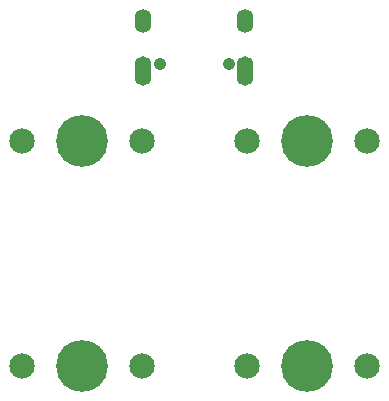
<source format=gts>
%TF.GenerationSoftware,KiCad,Pcbnew,(5.1.2)-1*%
%TF.CreationDate,2019-05-30T19:23:31-07:00*%
%TF.ProjectId,Voyager4,566f7961-6765-4723-942e-6b696361645f,rev?*%
%TF.SameCoordinates,Original*%
%TF.FileFunction,Soldermask,Top*%
%TF.FilePolarity,Negative*%
%FSLAX46Y46*%
G04 Gerber Fmt 4.6, Leading zero omitted, Abs format (unit mm)*
G04 Created by KiCad (PCBNEW (5.1.2)-1) date 2019-05-30 19:23:31*
%MOMM*%
%LPD*%
G04 APERTURE LIST*
%ADD10C,4.387800*%
%ADD11C,2.150000*%
%ADD12O,1.400000X2.000000*%
%ADD13O,1.400000X2.500000*%
%ADD14C,1.050000*%
G04 APERTURE END LIST*
D10*
X58737500Y-58737500D03*
D11*
X53657500Y-58737500D03*
X63817500Y-58737500D03*
D10*
X58737500Y-39687500D03*
D11*
X53657500Y-39687500D03*
X63817500Y-39687500D03*
X82867500Y-39687500D03*
X72707500Y-39687500D03*
D10*
X77787500Y-39687500D03*
X77787500Y-58737500D03*
D11*
X72707500Y-58737500D03*
X82867500Y-58737500D03*
D12*
X72582500Y-29587500D03*
X63942500Y-29587500D03*
D13*
X72582500Y-33767500D03*
X63942500Y-33767500D03*
D14*
X65372500Y-33237500D03*
X71152500Y-33237500D03*
M02*

</source>
